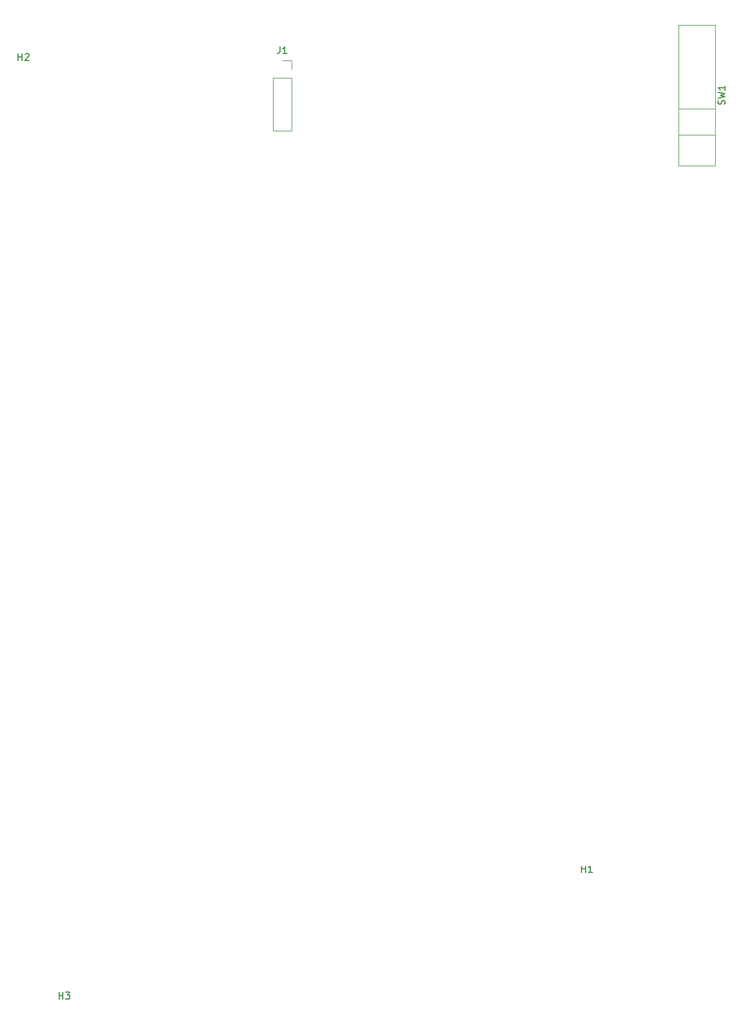
<source format=gbr>
%TF.GenerationSoftware,KiCad,Pcbnew,7.0.8-7.0.8~ubuntu22.04.1*%
%TF.CreationDate,2023-11-09T15:08:59-07:00*%
%TF.ProjectId,stepper_microscope_stage,73746570-7065-4725-9f6d-6963726f7363,10*%
%TF.SameCoordinates,Original*%
%TF.FileFunction,Legend,Top*%
%TF.FilePolarity,Positive*%
%FSLAX46Y46*%
G04 Gerber Fmt 4.6, Leading zero omitted, Abs format (unit mm)*
G04 Created by KiCad (PCBNEW 7.0.8-7.0.8~ubuntu22.04.1) date 2023-11-09 15:08:59*
%MOMM*%
%LPD*%
G01*
G04 APERTURE LIST*
%ADD10C,0.150000*%
%ADD11C,0.100000*%
%ADD12C,0.120000*%
G04 APERTURE END LIST*
D10*
X149827556Y-50666188D02*
X149875175Y-50523331D01*
X149875175Y-50523331D02*
X149875175Y-50285236D01*
X149875175Y-50285236D02*
X149827556Y-50189998D01*
X149827556Y-50189998D02*
X149779936Y-50142379D01*
X149779936Y-50142379D02*
X149684698Y-50094760D01*
X149684698Y-50094760D02*
X149589460Y-50094760D01*
X149589460Y-50094760D02*
X149494222Y-50142379D01*
X149494222Y-50142379D02*
X149446603Y-50189998D01*
X149446603Y-50189998D02*
X149398984Y-50285236D01*
X149398984Y-50285236D02*
X149351365Y-50475712D01*
X149351365Y-50475712D02*
X149303746Y-50570950D01*
X149303746Y-50570950D02*
X149256127Y-50618569D01*
X149256127Y-50618569D02*
X149160889Y-50666188D01*
X149160889Y-50666188D02*
X149065651Y-50666188D01*
X149065651Y-50666188D02*
X148970413Y-50618569D01*
X148970413Y-50618569D02*
X148922794Y-50570950D01*
X148922794Y-50570950D02*
X148875175Y-50475712D01*
X148875175Y-50475712D02*
X148875175Y-50237617D01*
X148875175Y-50237617D02*
X148922794Y-50094760D01*
X148875175Y-49761426D02*
X149875175Y-49523331D01*
X149875175Y-49523331D02*
X149160889Y-49332855D01*
X149160889Y-49332855D02*
X149875175Y-49142379D01*
X149875175Y-49142379D02*
X148875175Y-48904284D01*
X149875175Y-47999522D02*
X149875175Y-48570950D01*
X149875175Y-48285236D02*
X148875175Y-48285236D01*
X148875175Y-48285236D02*
X149018032Y-48380474D01*
X149018032Y-48380474D02*
X149113270Y-48475712D01*
X149113270Y-48475712D02*
X149160889Y-48570950D01*
X85019522Y-42262675D02*
X85019522Y-42976960D01*
X85019522Y-42976960D02*
X84971903Y-43119817D01*
X84971903Y-43119817D02*
X84876665Y-43215056D01*
X84876665Y-43215056D02*
X84733808Y-43262675D01*
X84733808Y-43262675D02*
X84638570Y-43262675D01*
X86019522Y-43262675D02*
X85448094Y-43262675D01*
X85733808Y-43262675D02*
X85733808Y-42262675D01*
X85733808Y-42262675D02*
X85638570Y-42405532D01*
X85638570Y-42405532D02*
X85543332Y-42500770D01*
X85543332Y-42500770D02*
X85448094Y-42548389D01*
X46865951Y-44282675D02*
X46865951Y-43282675D01*
X46865951Y-43758865D02*
X47437379Y-43758865D01*
X47437379Y-44282675D02*
X47437379Y-43282675D01*
X47865951Y-43377913D02*
X47913570Y-43330294D01*
X47913570Y-43330294D02*
X48008808Y-43282675D01*
X48008808Y-43282675D02*
X48246903Y-43282675D01*
X48246903Y-43282675D02*
X48342141Y-43330294D01*
X48342141Y-43330294D02*
X48389760Y-43377913D01*
X48389760Y-43377913D02*
X48437379Y-43473151D01*
X48437379Y-43473151D02*
X48437379Y-43568389D01*
X48437379Y-43568389D02*
X48389760Y-43711246D01*
X48389760Y-43711246D02*
X47818332Y-44282675D01*
X47818332Y-44282675D02*
X48437379Y-44282675D01*
X52815951Y-181032675D02*
X52815951Y-180032675D01*
X52815951Y-180508865D02*
X53387379Y-180508865D01*
X53387379Y-181032675D02*
X53387379Y-180032675D01*
X53768332Y-180032675D02*
X54387379Y-180032675D01*
X54387379Y-180032675D02*
X54054046Y-180413627D01*
X54054046Y-180413627D02*
X54196903Y-180413627D01*
X54196903Y-180413627D02*
X54292141Y-180461246D01*
X54292141Y-180461246D02*
X54339760Y-180508865D01*
X54339760Y-180508865D02*
X54387379Y-180604103D01*
X54387379Y-180604103D02*
X54387379Y-180842198D01*
X54387379Y-180842198D02*
X54339760Y-180937436D01*
X54339760Y-180937436D02*
X54292141Y-180985056D01*
X54292141Y-180985056D02*
X54196903Y-181032675D01*
X54196903Y-181032675D02*
X53911189Y-181032675D01*
X53911189Y-181032675D02*
X53815951Y-180985056D01*
X53815951Y-180985056D02*
X53768332Y-180937436D01*
X128965951Y-162592675D02*
X128965951Y-161592675D01*
X128965951Y-162068865D02*
X129537379Y-162068865D01*
X129537379Y-162592675D02*
X129537379Y-161592675D01*
X130537379Y-162592675D02*
X129965951Y-162592675D01*
X130251665Y-162592675D02*
X130251665Y-161592675D01*
X130251665Y-161592675D02*
X130156427Y-161735532D01*
X130156427Y-161735532D02*
X130061189Y-161830770D01*
X130061189Y-161830770D02*
X129965951Y-161878389D01*
D11*
%TO.C,SW1*%
X145732856Y-59569056D02*
X148399856Y-59569056D01*
X143065856Y-55149456D02*
X148399856Y-55149456D01*
X148399856Y-51339456D02*
X143065856Y-51339456D01*
X145732856Y-39096656D02*
X143065856Y-39096656D01*
X148399856Y-59569056D02*
X143065856Y-59569056D01*
X143065856Y-59569056D02*
X143065856Y-39096656D01*
X143065856Y-39096656D02*
X148399856Y-39096656D01*
X148399856Y-39096656D02*
X148399856Y-59569056D01*
D12*
%TO.C,J1*%
X85352856Y-44247856D02*
X86682856Y-44247856D01*
X86682856Y-44247856D02*
X86682856Y-45577856D01*
X84022856Y-46847856D02*
X84022856Y-54527856D01*
X84022856Y-46847856D02*
X86682856Y-46847856D01*
X86682856Y-46847856D02*
X86682856Y-54527856D01*
X84022856Y-54527856D02*
X86682856Y-54527856D01*
%TD*%
M02*

</source>
